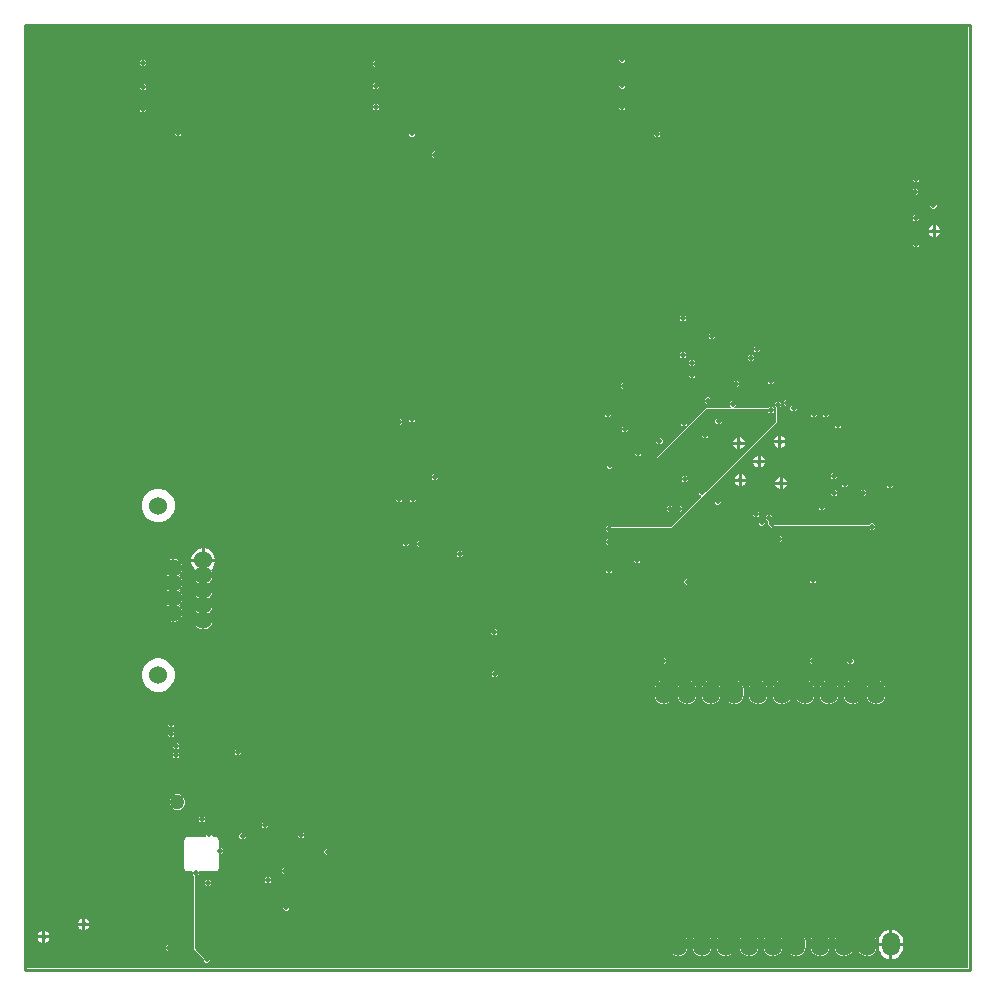
<source format=gbr>
G04*
G04 #@! TF.GenerationSoftware,Altium Limited,Altium Designer,24.4.1 (13)*
G04*
G04 Layer_Physical_Order=3*
G04 Layer_Color=16440176*
%FSLAX44Y44*%
%MOMM*%
G71*
G04*
G04 #@! TF.SameCoordinates,85F95AA7-1CD2-4A53-B858-D1680FFA15A6*
G04*
G04*
G04 #@! TF.FilePolarity,Positive*
G04*
G01*
G75*
%ADD17C,0.2540*%
%ADD81O,1.5000X2.0000*%
%ADD83C,0.5000*%
%ADD84C,1.2700*%
%ADD85C,1.5240*%
G36*
X798517Y1483D02*
X1483D01*
Y798517D01*
X798517D01*
Y1483D01*
D02*
G37*
%LPC*%
G36*
X506017Y773350D02*
X504983D01*
X504027Y772954D01*
X503296Y772223D01*
X502900Y771267D01*
Y770233D01*
X503296Y769277D01*
X504027Y768546D01*
X504983Y768150D01*
X506017D01*
X506973Y768546D01*
X507704Y769277D01*
X508100Y770233D01*
Y771267D01*
X507704Y772223D01*
X506973Y772954D01*
X506017Y773350D01*
D02*
G37*
G36*
X100267Y770600D02*
X99233D01*
X98277Y770204D01*
X97546Y769473D01*
X97150Y768517D01*
Y767483D01*
X97546Y766527D01*
X98277Y765796D01*
X99233Y765400D01*
X100267D01*
X101223Y765796D01*
X101954Y766527D01*
X102350Y767483D01*
Y768517D01*
X101954Y769473D01*
X101223Y770204D01*
X100267Y770600D01*
D02*
G37*
G36*
X297267Y769850D02*
X296233D01*
X295277Y769454D01*
X294546Y768723D01*
X294150Y767767D01*
Y766733D01*
X294546Y765777D01*
X295277Y765046D01*
X296233Y764650D01*
X297267D01*
X298223Y765046D01*
X298954Y765777D01*
X299350Y766733D01*
Y767767D01*
X298954Y768723D01*
X298223Y769454D01*
X297267Y769850D01*
D02*
G37*
G36*
X506017Y751350D02*
X504983D01*
X504027Y750954D01*
X503296Y750223D01*
X502900Y749267D01*
Y748233D01*
X503296Y747277D01*
X504027Y746546D01*
X504983Y746150D01*
X506017D01*
X506973Y746546D01*
X507704Y747277D01*
X508100Y748233D01*
Y749267D01*
X507704Y750223D01*
X506973Y750954D01*
X506017Y751350D01*
D02*
G37*
G36*
X297267Y750850D02*
X296233D01*
X295277Y750454D01*
X294546Y749723D01*
X294150Y748767D01*
Y747733D01*
X294546Y746777D01*
X295277Y746046D01*
X296233Y745650D01*
X297267D01*
X298223Y746046D01*
X298954Y746777D01*
X299350Y747733D01*
Y748767D01*
X298954Y749723D01*
X298223Y750454D01*
X297267Y750850D01*
D02*
G37*
G36*
X100517Y750100D02*
X99483D01*
X98527Y749704D01*
X97796Y748973D01*
X97400Y748017D01*
Y746983D01*
X97796Y746027D01*
X98527Y745296D01*
X99483Y744900D01*
X100517D01*
X101473Y745296D01*
X102204Y746027D01*
X102600Y746983D01*
Y748017D01*
X102204Y748973D01*
X101473Y749704D01*
X100517Y750100D01*
D02*
G37*
G36*
X297517Y733100D02*
X296483D01*
X295527Y732704D01*
X294796Y731973D01*
X294400Y731017D01*
Y729983D01*
X294796Y729027D01*
X295527Y728296D01*
X296483Y727900D01*
X297517D01*
X298473Y728296D01*
X299204Y729027D01*
X299600Y729983D01*
Y731017D01*
X299204Y731973D01*
X298473Y732704D01*
X297517Y733100D01*
D02*
G37*
G36*
X506017Y732850D02*
X504983D01*
X504027Y732454D01*
X503296Y731723D01*
X502900Y730767D01*
Y729733D01*
X503296Y728777D01*
X504027Y728046D01*
X504983Y727650D01*
X506017D01*
X506973Y728046D01*
X507704Y728777D01*
X508100Y729733D01*
Y730767D01*
X507704Y731723D01*
X506973Y732454D01*
X506017Y732850D01*
D02*
G37*
G36*
X100017Y731100D02*
X98983D01*
X98027Y730704D01*
X97296Y729973D01*
X96900Y729017D01*
Y727983D01*
X97296Y727027D01*
X98027Y726296D01*
X98983Y725900D01*
X100017D01*
X100973Y726296D01*
X101704Y727027D01*
X102100Y727983D01*
Y729017D01*
X101704Y729973D01*
X100973Y730704D01*
X100017Y731100D01*
D02*
G37*
G36*
X130017Y710850D02*
X128983D01*
X128027Y710454D01*
X127296Y709723D01*
X126900Y708767D01*
Y707733D01*
X127296Y706777D01*
X128027Y706046D01*
X128983Y705650D01*
X130017D01*
X130973Y706046D01*
X131704Y706777D01*
X132100Y707733D01*
Y708767D01*
X131704Y709723D01*
X130973Y710454D01*
X130017Y710850D01*
D02*
G37*
G36*
X328015Y710682D02*
X326981D01*
X326025Y710287D01*
X325294Y709555D01*
X324898Y708600D01*
Y707565D01*
X325294Y706610D01*
X326025Y705878D01*
X326981Y705482D01*
X328015D01*
X328971Y705878D01*
X329702Y706610D01*
X330098Y707565D01*
Y708600D01*
X329702Y709555D01*
X328971Y710287D01*
X328015Y710682D01*
D02*
G37*
G36*
X535767Y710100D02*
X534733D01*
X533777Y709704D01*
X533046Y708973D01*
X532650Y708017D01*
Y706983D01*
X533046Y706027D01*
X533777Y705296D01*
X534733Y704900D01*
X535767D01*
X536723Y705296D01*
X537454Y706027D01*
X537850Y706983D01*
Y708017D01*
X537454Y708973D01*
X536723Y709704D01*
X535767Y710100D01*
D02*
G37*
G36*
X347267Y692850D02*
X346233D01*
X345277Y692454D01*
X344546Y691723D01*
X344150Y690767D01*
Y689733D01*
X344546Y688777D01*
X345277Y688046D01*
X346233Y687650D01*
X347267D01*
X348223Y688046D01*
X348954Y688777D01*
X349350Y689733D01*
Y690767D01*
X348954Y691723D01*
X348223Y692454D01*
X347267Y692850D01*
D02*
G37*
G36*
X754887Y671850D02*
X753853D01*
X752897Y671454D01*
X752166Y670723D01*
X751770Y669767D01*
Y668733D01*
X752166Y667777D01*
X752897Y667046D01*
X753853Y666650D01*
X754887D01*
X755843Y667046D01*
X756574Y667777D01*
X756970Y668733D01*
Y669767D01*
X756574Y670723D01*
X755843Y671454D01*
X754887Y671850D01*
D02*
G37*
G36*
X754017Y661350D02*
X752983D01*
X752027Y660954D01*
X751296Y660223D01*
X750900Y659267D01*
Y658233D01*
X751296Y657277D01*
X752027Y656546D01*
X752983Y656150D01*
X754017D01*
X754973Y656546D01*
X755704Y657277D01*
X756100Y658233D01*
Y659267D01*
X755704Y660223D01*
X754973Y660954D01*
X754017Y661350D01*
D02*
G37*
G36*
X769517Y649750D02*
X768483D01*
X767527Y649354D01*
X766796Y648623D01*
X766400Y647667D01*
Y646633D01*
X766796Y645677D01*
X767527Y644946D01*
X768483Y644550D01*
X769517D01*
X770473Y644946D01*
X771204Y645677D01*
X771600Y646633D01*
Y647667D01*
X771204Y648623D01*
X770473Y649354D01*
X769517Y649750D01*
D02*
G37*
G36*
X754517Y639100D02*
X753483D01*
X752527Y638704D01*
X751796Y637973D01*
X751400Y637017D01*
Y635983D01*
X751796Y635027D01*
X752527Y634296D01*
X753483Y633900D01*
X754517D01*
X755473Y634296D01*
X756204Y635027D01*
X756600Y635983D01*
Y637017D01*
X756204Y637973D01*
X755473Y638704D01*
X754517Y639100D01*
D02*
G37*
G36*
X771020Y630429D02*
Y626770D01*
X774679D01*
X774023Y628355D01*
X772605Y629773D01*
X771020Y630429D01*
D02*
G37*
G36*
X768480D02*
X766895Y629773D01*
X765477Y628355D01*
X764821Y626770D01*
X768480D01*
Y630429D01*
D02*
G37*
G36*
X774679Y624230D02*
X771020D01*
Y620571D01*
X772605Y621227D01*
X774023Y622645D01*
X774679Y624230D01*
D02*
G37*
G36*
X768480D02*
X764821D01*
X765477Y622645D01*
X766895Y621227D01*
X768480Y620571D01*
Y624230D01*
D02*
G37*
G36*
X755017Y616850D02*
X753983D01*
X753027Y616454D01*
X752296Y615723D01*
X751900Y614767D01*
Y613733D01*
X752296Y612777D01*
X753027Y612046D01*
X753983Y611650D01*
X755017D01*
X755973Y612046D01*
X756704Y612777D01*
X757100Y613733D01*
Y614767D01*
X756704Y615723D01*
X755973Y616454D01*
X755017Y616850D01*
D02*
G37*
G36*
X557517Y554350D02*
X556483D01*
X555527Y553954D01*
X554796Y553223D01*
X554400Y552267D01*
Y551233D01*
X554796Y550277D01*
X555527Y549546D01*
X556483Y549150D01*
X557517D01*
X558473Y549546D01*
X559204Y550277D01*
X559600Y551233D01*
Y552267D01*
X559204Y553223D01*
X558473Y553954D01*
X557517Y554350D01*
D02*
G37*
G36*
X581767Y539100D02*
X580733D01*
X579777Y538704D01*
X579046Y537973D01*
X578650Y537017D01*
Y535983D01*
X579046Y535027D01*
X579777Y534296D01*
X580733Y533900D01*
X581767D01*
X582723Y534296D01*
X583454Y535027D01*
X583850Y535983D01*
Y537017D01*
X583454Y537973D01*
X582723Y538704D01*
X581767Y539100D01*
D02*
G37*
G36*
X619767Y528100D02*
X618733D01*
X617777Y527704D01*
X617046Y526973D01*
X616650Y526017D01*
Y524983D01*
X617046Y524027D01*
X617777Y523296D01*
X618733Y522900D01*
X619767D01*
X620723Y523296D01*
X621454Y524027D01*
X621850Y524983D01*
Y526017D01*
X621454Y526973D01*
X620723Y527704D01*
X619767Y528100D01*
D02*
G37*
G36*
X557517Y523100D02*
X556483D01*
X555527Y522704D01*
X554796Y521973D01*
X554400Y521017D01*
Y519983D01*
X554796Y519027D01*
X555527Y518296D01*
X556483Y517900D01*
X557517D01*
X558473Y518296D01*
X559204Y519027D01*
X559600Y519983D01*
Y521017D01*
X559204Y521973D01*
X558473Y522704D01*
X557517Y523100D01*
D02*
G37*
G36*
X615017Y520850D02*
X613983D01*
X613027Y520454D01*
X612296Y519723D01*
X611900Y518767D01*
Y517733D01*
X612296Y516777D01*
X613027Y516046D01*
X613983Y515650D01*
X615017D01*
X615973Y516046D01*
X616704Y516777D01*
X617100Y517733D01*
Y518767D01*
X616704Y519723D01*
X615973Y520454D01*
X615017Y520850D01*
D02*
G37*
G36*
X565017Y516600D02*
X563983D01*
X563027Y516204D01*
X562296Y515473D01*
X561900Y514517D01*
Y513483D01*
X562296Y512527D01*
X563027Y511796D01*
X563983Y511400D01*
X565017D01*
X565973Y511796D01*
X566704Y512527D01*
X567100Y513483D01*
Y514517D01*
X566704Y515473D01*
X565973Y516204D01*
X565017Y516600D01*
D02*
G37*
G36*
X565267Y505850D02*
X564233D01*
X563277Y505454D01*
X562546Y504723D01*
X562150Y503767D01*
Y502733D01*
X562546Y501777D01*
X563277Y501046D01*
X564233Y500650D01*
X565267D01*
X566223Y501046D01*
X566954Y501777D01*
X567350Y502733D01*
Y503767D01*
X566954Y504723D01*
X566223Y505454D01*
X565267Y505850D01*
D02*
G37*
G36*
X631767Y500850D02*
X630733D01*
X629777Y500454D01*
X629046Y499723D01*
X628650Y498767D01*
Y497733D01*
X629046Y496777D01*
X629777Y496046D01*
X630733Y495650D01*
X631767D01*
X632723Y496046D01*
X633454Y496777D01*
X633850Y497733D01*
Y498767D01*
X633454Y499723D01*
X632723Y500454D01*
X631767Y500850D01*
D02*
G37*
G36*
X602517Y498850D02*
X601483D01*
X600527Y498454D01*
X599796Y497723D01*
X599400Y496767D01*
Y495733D01*
X599796Y494777D01*
X600527Y494046D01*
X601483Y493650D01*
X602517D01*
X603473Y494046D01*
X604204Y494777D01*
X604600Y495733D01*
Y496767D01*
X604204Y497723D01*
X603473Y498454D01*
X602517Y498850D01*
D02*
G37*
G36*
X507267Y497100D02*
X506233D01*
X505277Y496704D01*
X504546Y495973D01*
X504150Y495017D01*
Y493983D01*
X504546Y493027D01*
X505277Y492296D01*
X506233Y491900D01*
X507267D01*
X508223Y492296D01*
X508954Y493027D01*
X509350Y493983D01*
Y495017D01*
X508954Y495973D01*
X508223Y496704D01*
X507267Y497100D01*
D02*
G37*
G36*
X578517Y484600D02*
X577483D01*
X576527Y484204D01*
X575796Y483473D01*
X575400Y482517D01*
Y481483D01*
X575796Y480527D01*
X576527Y479796D01*
X577483Y479400D01*
X578517D01*
X579473Y479796D01*
X580204Y480527D01*
X580600Y481483D01*
Y482517D01*
X580204Y483473D01*
X579473Y484204D01*
X578517Y484600D01*
D02*
G37*
G36*
X645267Y482850D02*
X644233D01*
X643277Y482454D01*
X642546Y481723D01*
X642150Y480767D01*
Y479733D01*
X642546Y478777D01*
X643277Y478046D01*
X644233Y477650D01*
X645267D01*
X646223Y478046D01*
X646954Y478777D01*
X647350Y479733D01*
Y480767D01*
X646954Y481723D01*
X646223Y482454D01*
X645267Y482850D01*
D02*
G37*
G36*
X599517Y481600D02*
X598483D01*
X597527Y481204D01*
X596796Y480473D01*
X596400Y479517D01*
Y478483D01*
X596796Y477527D01*
X597527Y476796D01*
X597631Y476753D01*
X597378Y475483D01*
X577000D01*
X577000Y475483D01*
X575951Y475049D01*
X529386Y428483D01*
X497194D01*
X496473Y429204D01*
X495517Y429600D01*
X494483D01*
X493527Y429204D01*
X492796Y428473D01*
X492400Y427517D01*
Y426483D01*
X492796Y425527D01*
X493527Y424796D01*
X494483Y424400D01*
X495517D01*
X496473Y424796D01*
X497194Y425517D01*
X530000D01*
X530000Y425517D01*
X531049Y425951D01*
X577614Y472517D01*
X629306D01*
X630027Y471796D01*
X630983Y471400D01*
X632017D01*
X632973Y471796D01*
X633704Y472527D01*
X634100Y473483D01*
Y474517D01*
X633704Y475473D01*
X632973Y476204D01*
X632017Y476600D01*
X630983D01*
X630027Y476204D01*
X629306Y475483D01*
X600622D01*
X600369Y476753D01*
X600473Y476796D01*
X601204Y477527D01*
X601600Y478483D01*
Y479517D01*
X601204Y480473D01*
X600473Y481204D01*
X599517Y481600D01*
D02*
G37*
G36*
X651017Y478100D02*
X649983D01*
X649027Y477704D01*
X648296Y476973D01*
X647900Y476017D01*
Y474983D01*
X648296Y474027D01*
X649027Y473296D01*
X649983Y472900D01*
X651017D01*
X651973Y473296D01*
X652704Y474027D01*
X653100Y474983D01*
Y476017D01*
X652704Y476973D01*
X651973Y477704D01*
X651017Y478100D01*
D02*
G37*
G36*
X678267Y472850D02*
X677233D01*
X676277Y472454D01*
X675546Y471723D01*
X675150Y470767D01*
Y469733D01*
X675546Y468777D01*
X676277Y468046D01*
X677233Y467650D01*
X678267D01*
X679223Y468046D01*
X679954Y468777D01*
X680350Y469733D01*
Y470767D01*
X679954Y471723D01*
X679223Y472454D01*
X678267Y472850D01*
D02*
G37*
G36*
X668267D02*
X667233D01*
X666277Y472454D01*
X665546Y471723D01*
X665150Y470767D01*
Y469733D01*
X665546Y468777D01*
X666277Y468046D01*
X667233Y467650D01*
X668267D01*
X669223Y468046D01*
X669954Y468777D01*
X670350Y469733D01*
Y470767D01*
X669954Y471723D01*
X669223Y472454D01*
X668267Y472850D01*
D02*
G37*
G36*
X493767D02*
X492733D01*
X491777Y472454D01*
X491046Y471723D01*
X490650Y470767D01*
Y469733D01*
X491046Y468777D01*
X491777Y468046D01*
X492733Y467650D01*
X493767D01*
X494723Y468046D01*
X495454Y468777D01*
X495850Y469733D01*
Y470767D01*
X495454Y471723D01*
X494723Y472454D01*
X493767Y472850D01*
D02*
G37*
G36*
X328017Y468600D02*
X326983D01*
X326027Y468204D01*
X325296Y467473D01*
X324900Y466517D01*
Y465483D01*
X325296Y464527D01*
X326027Y463796D01*
X326983Y463400D01*
X328017D01*
X328973Y463796D01*
X329704Y464527D01*
X330100Y465483D01*
Y466517D01*
X329704Y467473D01*
X328973Y468204D01*
X328017Y468600D01*
D02*
G37*
G36*
X587517Y467100D02*
X586483D01*
X585527Y466704D01*
X584796Y465973D01*
X584400Y465017D01*
Y463983D01*
X584796Y463027D01*
X585527Y462296D01*
X586483Y461900D01*
X587517D01*
X588473Y462296D01*
X589204Y463027D01*
X589600Y463983D01*
Y465017D01*
X589204Y465973D01*
X588473Y466704D01*
X587517Y467100D01*
D02*
G37*
G36*
X317267Y466600D02*
X316233D01*
X315277Y466204D01*
X314546Y465473D01*
X314150Y464517D01*
Y463483D01*
X314546Y462527D01*
X315277Y461796D01*
X316233Y461400D01*
X317267D01*
X318223Y461796D01*
X318954Y462527D01*
X319350Y463483D01*
Y464517D01*
X318954Y465473D01*
X318223Y466204D01*
X317267Y466600D01*
D02*
G37*
G36*
X558267Y465350D02*
X557233D01*
X556277Y464954D01*
X555546Y464223D01*
X555150Y463267D01*
Y462233D01*
X555546Y461277D01*
X556277Y460546D01*
X557233Y460150D01*
X558267D01*
X559223Y460546D01*
X559954Y461277D01*
X560350Y462233D01*
Y463267D01*
X559954Y464223D01*
X559223Y464954D01*
X558267Y465350D01*
D02*
G37*
G36*
X688767Y463600D02*
X687733D01*
X686777Y463204D01*
X686046Y462473D01*
X685650Y461517D01*
Y460483D01*
X686046Y459527D01*
X686777Y458796D01*
X687733Y458400D01*
X688767D01*
X689723Y458796D01*
X690454Y459527D01*
X690850Y460483D01*
Y461517D01*
X690454Y462473D01*
X689723Y463204D01*
X688767Y463600D01*
D02*
G37*
G36*
X508017Y460350D02*
X506983D01*
X506027Y459954D01*
X505296Y459223D01*
X504900Y458267D01*
Y457233D01*
X505296Y456277D01*
X506027Y455546D01*
X506983Y455150D01*
X508017D01*
X508973Y455546D01*
X509704Y456277D01*
X510100Y457233D01*
Y458267D01*
X509704Y459223D01*
X508973Y459954D01*
X508017Y460350D01*
D02*
G37*
G36*
X576267Y455100D02*
X575233D01*
X574277Y454704D01*
X573546Y453973D01*
X573150Y453017D01*
Y451983D01*
X573546Y451027D01*
X574277Y450296D01*
X575233Y449900D01*
X576267D01*
X577223Y450296D01*
X577954Y451027D01*
X578350Y451983D01*
Y453017D01*
X577954Y453973D01*
X577223Y454704D01*
X576267Y455100D01*
D02*
G37*
G36*
X640020Y451929D02*
Y448270D01*
X643679D01*
X643023Y449855D01*
X641605Y451273D01*
X640020Y451929D01*
D02*
G37*
G36*
X637480D02*
X635895Y451273D01*
X634477Y449855D01*
X633821Y448270D01*
X637480D01*
Y451929D01*
D02*
G37*
G36*
X605520Y450679D02*
Y447020D01*
X609179D01*
X608523Y448605D01*
X607105Y450023D01*
X605520Y450679D01*
D02*
G37*
G36*
X602980D02*
X601395Y450023D01*
X599977Y448605D01*
X599321Y447020D01*
X602980D01*
Y450679D01*
D02*
G37*
G36*
X537517Y450350D02*
X536483D01*
X535527Y449954D01*
X534796Y449223D01*
X534400Y448267D01*
Y447233D01*
X534796Y446277D01*
X535527Y445546D01*
X536483Y445150D01*
X537517D01*
X538473Y445546D01*
X539204Y446277D01*
X539600Y447233D01*
Y448267D01*
X539204Y449223D01*
X538473Y449954D01*
X537517Y450350D01*
D02*
G37*
G36*
X643679Y445730D02*
X640020D01*
Y442071D01*
X641605Y442727D01*
X643023Y444145D01*
X643679Y445730D01*
D02*
G37*
G36*
X637480D02*
X633821D01*
X634477Y444145D01*
X635895Y442727D01*
X637480Y442071D01*
Y445730D01*
D02*
G37*
G36*
X609179Y444480D02*
X605520D01*
Y440821D01*
X607105Y441477D01*
X608523Y442895D01*
X609179Y444480D01*
D02*
G37*
G36*
X602980D02*
X599321D01*
X599977Y442895D01*
X601395Y441477D01*
X602980Y440821D01*
Y444480D01*
D02*
G37*
G36*
X519517Y439850D02*
X518483D01*
X517527Y439454D01*
X516796Y438723D01*
X516400Y437767D01*
Y436733D01*
X516796Y435777D01*
X517527Y435046D01*
X518483Y434650D01*
X519517D01*
X520473Y435046D01*
X521204Y435777D01*
X521600Y436733D01*
Y437767D01*
X521204Y438723D01*
X520473Y439454D01*
X519517Y439850D01*
D02*
G37*
G36*
X622770Y435179D02*
Y431520D01*
X626429D01*
X625773Y433105D01*
X624355Y434523D01*
X622770Y435179D01*
D02*
G37*
G36*
X620230D02*
X618645Y434523D01*
X617227Y433105D01*
X616571Y431520D01*
X620230D01*
Y435179D01*
D02*
G37*
G36*
X626429Y428980D02*
X622770D01*
Y425321D01*
X624355Y425977D01*
X625773Y427395D01*
X626429Y428980D01*
D02*
G37*
G36*
X620230D02*
X616571D01*
X617227Y427395D01*
X618645Y425977D01*
X620230Y425321D01*
Y428980D01*
D02*
G37*
G36*
X606770Y419429D02*
Y415770D01*
X610429D01*
X609773Y417355D01*
X608355Y418773D01*
X606770Y419429D01*
D02*
G37*
G36*
X604230D02*
X602645Y418773D01*
X601227Y417355D01*
X600571Y415770D01*
X604230D01*
Y419429D01*
D02*
G37*
G36*
X685017Y420600D02*
X683983D01*
X683027Y420204D01*
X682296Y419473D01*
X681900Y418517D01*
Y417483D01*
X682296Y416527D01*
X683027Y415796D01*
X683983Y415400D01*
X685017D01*
X685973Y415796D01*
X686704Y416527D01*
X687100Y417483D01*
Y418517D01*
X686704Y419473D01*
X685973Y420204D01*
X685017Y420600D01*
D02*
G37*
G36*
X347267Y419850D02*
X346233D01*
X345277Y419454D01*
X344546Y418723D01*
X344150Y417767D01*
Y416733D01*
X344546Y415777D01*
X345277Y415046D01*
X346233Y414650D01*
X347267D01*
X348223Y415046D01*
X348954Y415777D01*
X349350Y416733D01*
Y417767D01*
X348954Y418723D01*
X348223Y419454D01*
X347267Y419850D01*
D02*
G37*
G36*
X641270Y416929D02*
Y413270D01*
X644929D01*
X644273Y414855D01*
X642855Y416273D01*
X641270Y416929D01*
D02*
G37*
G36*
X638730D02*
X637145Y416273D01*
X635727Y414855D01*
X635071Y413270D01*
X638730D01*
Y416929D01*
D02*
G37*
G36*
X559017Y418100D02*
X557983D01*
X557027Y417704D01*
X556296Y416973D01*
X555900Y416017D01*
Y414983D01*
X556296Y414027D01*
X557027Y413296D01*
X557983Y412900D01*
X559017D01*
X559973Y413296D01*
X560704Y414027D01*
X561100Y414983D01*
Y416017D01*
X560704Y416973D01*
X559973Y417704D01*
X559017Y418100D01*
D02*
G37*
G36*
X610429Y413230D02*
X606770D01*
Y409571D01*
X608355Y410227D01*
X609773Y411645D01*
X610429Y413230D01*
D02*
G37*
G36*
X604230D02*
X600571D01*
X601227Y411645D01*
X602645Y410227D01*
X604230Y409571D01*
Y413230D01*
D02*
G37*
G36*
X694517Y413600D02*
X693483D01*
X692527Y413204D01*
X691796Y412473D01*
X691400Y411517D01*
Y410483D01*
X691796Y409527D01*
X692527Y408796D01*
X693483Y408400D01*
X694517D01*
X695473Y408796D01*
X696204Y409527D01*
X696600Y410483D01*
Y411517D01*
X696204Y412473D01*
X695473Y413204D01*
X694517Y413600D01*
D02*
G37*
G36*
X732517Y412850D02*
X731483D01*
X730527Y412454D01*
X729796Y411723D01*
X729400Y410767D01*
Y409733D01*
X729796Y408777D01*
X730527Y408046D01*
X731483Y407650D01*
X732517D01*
X733473Y408046D01*
X734204Y408777D01*
X734600Y409733D01*
Y410767D01*
X734204Y411723D01*
X733473Y412454D01*
X732517Y412850D01*
D02*
G37*
G36*
X644929Y410730D02*
X641270D01*
Y407071D01*
X642855Y407727D01*
X644273Y409145D01*
X644929Y410730D01*
D02*
G37*
G36*
X638730D02*
X635071D01*
X635727Y409145D01*
X637145Y407727D01*
X638730Y407071D01*
Y410730D01*
D02*
G37*
G36*
X637906Y480961D02*
X636871D01*
X635916Y480566D01*
X635184Y479834D01*
X634789Y478879D01*
Y477844D01*
X635184Y476889D01*
X635906Y476167D01*
Y463780D01*
X576870Y404744D01*
X576485Y404751D01*
X575453Y405123D01*
X575204Y405723D01*
X574473Y406454D01*
X573517Y406850D01*
X572483D01*
X571527Y406454D01*
X570796Y405723D01*
X570400Y404767D01*
Y403733D01*
X570796Y402777D01*
X571527Y402046D01*
X572127Y401797D01*
X572499Y400765D01*
X572506Y400380D01*
X547109Y374983D01*
X496194D01*
X495473Y375704D01*
X494517Y376100D01*
X493483D01*
X492527Y375704D01*
X491796Y374973D01*
X491400Y374017D01*
Y372983D01*
X491796Y372027D01*
X492527Y371296D01*
X493483Y370900D01*
X494517D01*
X495473Y371296D01*
X496194Y372017D01*
X547723D01*
X547723Y372017D01*
X548772Y372451D01*
X638437Y462117D01*
X638437Y462117D01*
X638871Y463166D01*
Y476167D01*
X639593Y476889D01*
X639989Y477844D01*
Y478879D01*
X639593Y479834D01*
X638861Y480566D01*
X637906Y480961D01*
D02*
G37*
G36*
X710017Y406600D02*
X708983D01*
X708027Y406204D01*
X707296Y405473D01*
X706900Y404517D01*
Y403483D01*
X707296Y402527D01*
X708027Y401796D01*
X708983Y401400D01*
X710017D01*
X710973Y401796D01*
X711704Y402527D01*
X712100Y403483D01*
Y404517D01*
X711704Y405473D01*
X710973Y406204D01*
X710017Y406600D01*
D02*
G37*
G36*
X685517Y406350D02*
X684483D01*
X683527Y405954D01*
X682796Y405223D01*
X682400Y404267D01*
Y403233D01*
X682796Y402277D01*
X683527Y401546D01*
X684483Y401150D01*
X685517D01*
X686473Y401546D01*
X687204Y402277D01*
X687600Y403233D01*
Y404267D01*
X687204Y405223D01*
X686473Y405954D01*
X685517Y406350D01*
D02*
G37*
G36*
X328517Y400850D02*
X327483D01*
X326527Y400454D01*
X325796Y399723D01*
X325400Y398767D01*
Y397733D01*
X325796Y396777D01*
X326527Y396046D01*
X327483Y395650D01*
X328517D01*
X329473Y396046D01*
X330204Y396777D01*
X330600Y397733D01*
Y398767D01*
X330204Y399723D01*
X329473Y400454D01*
X328517Y400850D01*
D02*
G37*
G36*
X317267D02*
X316233D01*
X315277Y400454D01*
X314546Y399723D01*
X314150Y398767D01*
Y397733D01*
X314546Y396777D01*
X315277Y396046D01*
X316233Y395650D01*
X317267D01*
X318223Y396046D01*
X318954Y396777D01*
X319350Y397733D01*
Y398767D01*
X318954Y399723D01*
X318223Y400454D01*
X317267Y400850D01*
D02*
G37*
G36*
X586767Y399100D02*
X585733D01*
X584777Y398704D01*
X584046Y397973D01*
X583650Y397017D01*
Y395983D01*
X584046Y395027D01*
X584777Y394296D01*
X585733Y393900D01*
X586767D01*
X587723Y394296D01*
X588454Y395027D01*
X588850Y395983D01*
Y397017D01*
X588454Y397973D01*
X587723Y398704D01*
X586767Y399100D01*
D02*
G37*
G36*
X675017Y394100D02*
X673983D01*
X673027Y393704D01*
X672296Y392973D01*
X671900Y392017D01*
Y390983D01*
X672296Y390027D01*
X673027Y389296D01*
X673983Y388900D01*
X675017D01*
X675973Y389296D01*
X676704Y390027D01*
X677100Y390983D01*
Y392017D01*
X676704Y392973D01*
X675973Y393704D01*
X675017Y394100D01*
D02*
G37*
G36*
X546267Y393100D02*
X545233D01*
X544277Y392704D01*
X543546Y391973D01*
X543150Y391017D01*
Y389983D01*
X543546Y389027D01*
X544277Y388296D01*
X545233Y387900D01*
X546267D01*
X547223Y388296D01*
X547954Y389027D01*
X548350Y389983D01*
Y391017D01*
X547954Y391973D01*
X547223Y392704D01*
X546267Y393100D01*
D02*
G37*
G36*
X554267Y392850D02*
X553233D01*
X552277Y392454D01*
X551546Y391723D01*
X551150Y390767D01*
Y389733D01*
X551546Y388777D01*
X552277Y388046D01*
X553233Y387650D01*
X554267D01*
X555223Y388046D01*
X555954Y388777D01*
X556350Y389733D01*
Y390767D01*
X555954Y391723D01*
X555223Y392454D01*
X554267Y392850D01*
D02*
G37*
G36*
X619517Y388350D02*
X618483D01*
X617527Y387954D01*
X616796Y387223D01*
X616400Y386267D01*
Y385233D01*
X616796Y384277D01*
X617527Y383546D01*
X618483Y383150D01*
X619517D01*
X620473Y383546D01*
X621204Y384277D01*
X621600Y385233D01*
Y386267D01*
X621204Y387223D01*
X620473Y387954D01*
X619517Y388350D01*
D02*
G37*
G36*
X114402Y407120D02*
X110698D01*
X107119Y406161D01*
X103911Y404309D01*
X101291Y401689D01*
X99439Y398481D01*
X98480Y394902D01*
Y391198D01*
X99439Y387619D01*
X101291Y384411D01*
X103911Y381791D01*
X107119Y379939D01*
X110698Y378980D01*
X114402D01*
X117981Y379939D01*
X121189Y381791D01*
X123809Y384411D01*
X125661Y387619D01*
X126620Y391198D01*
Y394902D01*
X125661Y398481D01*
X123809Y401689D01*
X121189Y404309D01*
X117981Y406161D01*
X114402Y407120D01*
D02*
G37*
G36*
X624017Y381350D02*
X622983D01*
X622027Y380954D01*
X621296Y380223D01*
X620900Y379267D01*
Y378233D01*
X621296Y377277D01*
X622027Y376546D01*
X622983Y376150D01*
X624017D01*
X624973Y376546D01*
X625704Y377277D01*
X626100Y378233D01*
Y379267D01*
X625704Y380223D01*
X624973Y380954D01*
X624017Y381350D01*
D02*
G37*
G36*
X630267Y385350D02*
X629233D01*
X628277Y384954D01*
X627546Y384223D01*
X627150Y383267D01*
Y382233D01*
X627546Y381277D01*
X628277Y380546D01*
X628738Y380355D01*
Y378529D01*
X628738Y378529D01*
X629172Y377481D01*
X632432Y374220D01*
X633481Y373786D01*
X633481Y373786D01*
X714806D01*
X715527Y373065D01*
X716483Y372669D01*
X717517D01*
X718473Y373065D01*
X719204Y373796D01*
X719600Y374752D01*
Y375786D01*
X719204Y376742D01*
X718473Y377473D01*
X717517Y377869D01*
X716483D01*
X715527Y377473D01*
X714806Y376752D01*
X634095D01*
X631704Y379144D01*
Y381027D01*
X631954Y381277D01*
X632350Y382233D01*
Y383267D01*
X631954Y384223D01*
X631223Y384954D01*
X630267Y385350D01*
D02*
G37*
G36*
X639017Y367600D02*
X637983D01*
X637027Y367204D01*
X636296Y366473D01*
X635900Y365517D01*
Y364483D01*
X636296Y363527D01*
X637027Y362796D01*
X637983Y362400D01*
X639017D01*
X639973Y362796D01*
X640704Y363527D01*
X641100Y364483D01*
Y365517D01*
X640704Y366473D01*
X639973Y367204D01*
X639017Y367600D01*
D02*
G37*
G36*
X494517Y365100D02*
X493483D01*
X492527Y364704D01*
X491796Y363973D01*
X491400Y363017D01*
Y361983D01*
X491796Y361027D01*
X492527Y360296D01*
X493483Y359900D01*
X494517D01*
X495473Y360296D01*
X496204Y361027D01*
X496600Y361983D01*
Y363017D01*
X496204Y363973D01*
X495473Y364704D01*
X494517Y365100D01*
D02*
G37*
G36*
X322767Y363600D02*
X321733D01*
X320777Y363204D01*
X320046Y362473D01*
X319650Y361517D01*
Y360483D01*
X320046Y359527D01*
X320777Y358796D01*
X321733Y358400D01*
X322767D01*
X323723Y358796D01*
X324454Y359527D01*
X324850Y360483D01*
Y361517D01*
X324454Y362473D01*
X323723Y363204D01*
X322767Y363600D01*
D02*
G37*
G36*
X334517Y363350D02*
X333483D01*
X332527Y362954D01*
X331796Y362223D01*
X331400Y361267D01*
Y360233D01*
X331796Y359277D01*
X332527Y358546D01*
X333483Y358150D01*
X334517D01*
X335473Y358546D01*
X336204Y359277D01*
X336600Y360233D01*
Y361267D01*
X336204Y362223D01*
X335473Y362954D01*
X334517Y363350D01*
D02*
G37*
G36*
X368517Y354600D02*
X367483D01*
X366527Y354204D01*
X365796Y353473D01*
X365400Y352517D01*
Y351483D01*
X365796Y350527D01*
X366527Y349796D01*
X367483Y349400D01*
X368517D01*
X369473Y349796D01*
X370204Y350527D01*
X370600Y351483D01*
Y352517D01*
X370204Y353473D01*
X369473Y354204D01*
X368517Y354600D01*
D02*
G37*
G36*
X151988Y356860D02*
X151920D01*
Y347970D01*
X160810D01*
Y348038D01*
X160118Y350622D01*
X158780Y352938D01*
X156888Y354830D01*
X154572Y356168D01*
X151988Y356860D01*
D02*
G37*
G36*
X149380D02*
X149312D01*
X146728Y356168D01*
X144412Y354830D01*
X142520Y352938D01*
X141182Y350622D01*
X140490Y348038D01*
Y347970D01*
X149380D01*
Y356860D01*
D02*
G37*
G36*
X518767Y349350D02*
X517733D01*
X516777Y348954D01*
X516046Y348223D01*
X515650Y347267D01*
Y346233D01*
X516046Y345277D01*
X516777Y344546D01*
X517733Y344150D01*
X518767D01*
X519723Y344546D01*
X520454Y345277D01*
X520850Y346233D01*
Y347267D01*
X520454Y348223D01*
X519723Y348954D01*
X518767Y349350D01*
D02*
G37*
G36*
X494767Y340850D02*
X493733D01*
X492777Y340454D01*
X492046Y339723D01*
X491650Y338767D01*
Y337733D01*
X492046Y336777D01*
X492777Y336046D01*
X493733Y335650D01*
X494767D01*
X495723Y336046D01*
X496454Y336777D01*
X496850Y337733D01*
Y338767D01*
X496454Y339723D01*
X495723Y340454D01*
X494767Y340850D01*
D02*
G37*
G36*
X667517Y332350D02*
X666483D01*
X665527Y331954D01*
X664796Y331223D01*
X664400Y330267D01*
Y329233D01*
X664796Y328277D01*
X665527Y327546D01*
X666483Y327150D01*
X667517D01*
X668473Y327546D01*
X669204Y328277D01*
X669600Y329233D01*
Y330267D01*
X669204Y331223D01*
X668473Y331954D01*
X667517Y332350D01*
D02*
G37*
G36*
X561267Y331100D02*
X560233D01*
X559277Y330704D01*
X558546Y329973D01*
X558150Y329017D01*
Y327983D01*
X558546Y327027D01*
X559277Y326296D01*
X560233Y325900D01*
X561267D01*
X562223Y326296D01*
X562954Y327027D01*
X563350Y327983D01*
Y329017D01*
X562954Y329973D01*
X562223Y330704D01*
X561267Y331100D01*
D02*
G37*
G36*
X126266Y348070D02*
X124234D01*
X122270Y347544D01*
X120510Y346527D01*
X119073Y345090D01*
X118056Y343330D01*
X117530Y341366D01*
Y339334D01*
X118056Y337370D01*
X119073Y335610D01*
X119823Y334860D01*
X120395Y334000D01*
X119823Y333140D01*
X119073Y332390D01*
X118056Y330630D01*
X117530Y328666D01*
Y326634D01*
X118056Y324670D01*
X119073Y322910D01*
X119823Y322160D01*
X120395Y321300D01*
X119823Y320440D01*
X119073Y319690D01*
X118056Y317930D01*
X117530Y315966D01*
Y313934D01*
X118056Y311970D01*
X119073Y310210D01*
X119823Y309459D01*
X120395Y308600D01*
X119823Y307740D01*
X119073Y306990D01*
X118056Y305230D01*
X117530Y303266D01*
Y301234D01*
X118056Y299270D01*
X119073Y297510D01*
X120510Y296073D01*
X122270Y295056D01*
X124234Y294530D01*
X126266D01*
X128230Y295056D01*
X129990Y296073D01*
X131427Y297510D01*
X132444Y299270D01*
X132970Y301234D01*
Y303266D01*
X132444Y305230D01*
X131427Y306990D01*
X130677Y307740D01*
X130105Y308600D01*
X130677Y309459D01*
X131427Y310210D01*
X132444Y311970D01*
X132970Y313934D01*
Y315966D01*
X132444Y317930D01*
X131427Y319690D01*
X130677Y320440D01*
X130105Y321300D01*
X130677Y322160D01*
X131427Y322910D01*
X132444Y324670D01*
X132970Y326634D01*
Y328666D01*
X132444Y330630D01*
X131427Y332390D01*
X130677Y333140D01*
X130105Y334000D01*
X130677Y334860D01*
X131427Y335610D01*
X132444Y337370D01*
X132970Y339334D01*
Y341366D01*
X132444Y343330D01*
X131427Y345090D01*
X129990Y346527D01*
X128230Y347544D01*
X126266Y348070D01*
D02*
G37*
G36*
X160810Y345430D02*
X150650D01*
X140490D01*
Y345362D01*
X141182Y342778D01*
X142520Y340462D01*
X144388Y338594D01*
X143456Y336980D01*
X142930Y335016D01*
Y332984D01*
X143456Y331020D01*
X144473Y329260D01*
X145223Y328509D01*
X145795Y327650D01*
X145223Y326791D01*
X144473Y326040D01*
X143456Y324280D01*
X142930Y322316D01*
Y320284D01*
X143456Y318320D01*
X144473Y316560D01*
X145223Y315809D01*
X145795Y314950D01*
X145223Y314090D01*
X144473Y313340D01*
X143456Y311580D01*
X142930Y309616D01*
Y307584D01*
X143456Y305620D01*
X144473Y303860D01*
X145223Y303109D01*
X145795Y302250D01*
X145223Y301390D01*
X144473Y300640D01*
X143456Y298880D01*
X142930Y296916D01*
Y294884D01*
X143456Y292920D01*
X144473Y291160D01*
X145910Y289722D01*
X147670Y288706D01*
X149634Y288180D01*
X151666D01*
X153630Y288706D01*
X155390Y289722D01*
X156827Y291160D01*
X157844Y292920D01*
X158370Y294884D01*
Y296916D01*
X157844Y298880D01*
X156827Y300640D01*
X156077Y301390D01*
X155505Y302250D01*
X156077Y303109D01*
X156827Y303860D01*
X157844Y305620D01*
X158370Y307584D01*
Y309616D01*
X157844Y311580D01*
X156827Y313340D01*
X156077Y314090D01*
X155505Y314950D01*
X156077Y315809D01*
X156827Y316560D01*
X157844Y318320D01*
X158370Y320284D01*
Y322316D01*
X157844Y324280D01*
X156827Y326040D01*
X156077Y326791D01*
X155505Y327650D01*
X156077Y328509D01*
X156827Y329260D01*
X157844Y331020D01*
X158370Y332984D01*
Y335016D01*
X157844Y336980D01*
X156912Y338594D01*
X158780Y340462D01*
X160118Y342778D01*
X160810Y345362D01*
Y345430D01*
D02*
G37*
G36*
X397767Y288600D02*
X396733D01*
X395777Y288204D01*
X395046Y287473D01*
X394650Y286517D01*
Y285483D01*
X395046Y284527D01*
X395777Y283796D01*
X396733Y283400D01*
X397767D01*
X398723Y283796D01*
X399454Y284527D01*
X399850Y285483D01*
Y286517D01*
X399454Y287473D01*
X398723Y288204D01*
X397767Y288600D01*
D02*
G37*
G36*
X667267Y264350D02*
X666233D01*
X665277Y263954D01*
X664546Y263223D01*
X664150Y262267D01*
Y261233D01*
X664546Y260277D01*
X665277Y259546D01*
X666233Y259150D01*
X667267D01*
X668223Y259546D01*
X668954Y260277D01*
X669350Y261233D01*
Y262267D01*
X668954Y263223D01*
X668223Y263954D01*
X667267Y264350D01*
D02*
G37*
G36*
X540767D02*
X539733D01*
X538777Y263954D01*
X538046Y263223D01*
X537650Y262267D01*
Y261233D01*
X538046Y260277D01*
X538777Y259546D01*
X539733Y259150D01*
X540767D01*
X541723Y259546D01*
X542454Y260277D01*
X542850Y261233D01*
Y262267D01*
X542454Y263223D01*
X541723Y263954D01*
X540767Y264350D01*
D02*
G37*
G36*
X699267Y263850D02*
X698233D01*
X697277Y263454D01*
X696546Y262723D01*
X696150Y261767D01*
Y260733D01*
X696546Y259777D01*
X697277Y259046D01*
X698233Y258650D01*
X699267D01*
X700223Y259046D01*
X700954Y259777D01*
X701350Y260733D01*
Y261767D01*
X700954Y262723D01*
X700223Y263454D01*
X699267Y263850D01*
D02*
G37*
G36*
X398017Y253100D02*
X396983D01*
X396027Y252704D01*
X395296Y251973D01*
X394900Y251017D01*
Y249983D01*
X395296Y249027D01*
X396027Y248296D01*
X396983Y247900D01*
X398017D01*
X398973Y248296D01*
X399704Y249027D01*
X400100Y249983D01*
Y251017D01*
X399704Y251973D01*
X398973Y252704D01*
X398017Y253100D01*
D02*
G37*
G36*
X114402Y263620D02*
X110698D01*
X107119Y262661D01*
X103911Y260809D01*
X101291Y258189D01*
X99439Y254981D01*
X98480Y251402D01*
Y247698D01*
X99439Y244119D01*
X101291Y240911D01*
X103911Y238291D01*
X107119Y236439D01*
X110698Y235480D01*
X114402D01*
X117981Y236439D01*
X121189Y238291D01*
X123809Y240911D01*
X125661Y244119D01*
X126620Y247698D01*
Y251402D01*
X125661Y254981D01*
X123809Y258189D01*
X121189Y260809D01*
X117981Y262661D01*
X114402Y263620D01*
D02*
G37*
G36*
X720500Y245166D02*
X718516Y244904D01*
X716667Y244139D01*
X715080Y242920D01*
X713861Y241333D01*
X713096Y239484D01*
X712834Y237500D01*
Y232500D01*
X713096Y230516D01*
X713861Y228667D01*
X715080Y227080D01*
X716667Y225861D01*
X718516Y225096D01*
X720500Y224834D01*
X722484Y225096D01*
X724333Y225861D01*
X725920Y227080D01*
X727139Y228667D01*
X727904Y230516D01*
X728166Y232500D01*
Y237500D01*
X727904Y239484D01*
X727139Y241333D01*
X725920Y242920D01*
X724333Y244139D01*
X722484Y244904D01*
X720500Y245166D01*
D02*
G37*
G36*
X700500D02*
X698516Y244904D01*
X696667Y244139D01*
X695080Y242920D01*
X693861Y241333D01*
X693096Y239484D01*
X692834Y237500D01*
Y232500D01*
X693096Y230516D01*
X693861Y228667D01*
X695080Y227080D01*
X696667Y225861D01*
X698516Y225096D01*
X700500Y224834D01*
X702484Y225096D01*
X704333Y225861D01*
X705920Y227080D01*
X707139Y228667D01*
X707904Y230516D01*
X708166Y232500D01*
Y237500D01*
X707904Y239484D01*
X707139Y241333D01*
X705920Y242920D01*
X704333Y244139D01*
X702484Y244904D01*
X700500Y245166D01*
D02*
G37*
G36*
X680500D02*
X678516Y244904D01*
X676667Y244139D01*
X675080Y242920D01*
X673861Y241333D01*
X673096Y239484D01*
X672834Y237500D01*
Y232500D01*
X673096Y230516D01*
X673861Y228667D01*
X675080Y227080D01*
X676667Y225861D01*
X678516Y225096D01*
X680500Y224834D01*
X682484Y225096D01*
X684333Y225861D01*
X685920Y227080D01*
X687139Y228667D01*
X687904Y230516D01*
X688166Y232500D01*
Y237500D01*
X687904Y239484D01*
X687139Y241333D01*
X685920Y242920D01*
X684333Y244139D01*
X682484Y244904D01*
X680500Y245166D01*
D02*
G37*
G36*
X660500D02*
X658516Y244904D01*
X656667Y244139D01*
X655080Y242920D01*
X653861Y241333D01*
X653096Y239484D01*
X652834Y237500D01*
Y232500D01*
X653096Y230516D01*
X653861Y228667D01*
X655080Y227080D01*
X656667Y225861D01*
X658516Y225096D01*
X660500Y224834D01*
X662484Y225096D01*
X664333Y225861D01*
X665920Y227080D01*
X667139Y228667D01*
X667904Y230516D01*
X668166Y232500D01*
Y237500D01*
X667904Y239484D01*
X667139Y241333D01*
X665920Y242920D01*
X664333Y244139D01*
X662484Y244904D01*
X660500Y245166D01*
D02*
G37*
G36*
X640500D02*
X638516Y244904D01*
X636667Y244139D01*
X635080Y242920D01*
X633862Y241333D01*
X633096Y239484D01*
X632835Y237500D01*
Y232500D01*
X633096Y230516D01*
X633862Y228667D01*
X635080Y227080D01*
X636667Y225861D01*
X638516Y225096D01*
X640500Y224834D01*
X642484Y225096D01*
X644333Y225861D01*
X645920Y227080D01*
X647139Y228667D01*
X647904Y230516D01*
X648166Y232500D01*
Y237500D01*
X647904Y239484D01*
X647139Y241333D01*
X645920Y242920D01*
X644333Y244139D01*
X642484Y244904D01*
X640500Y245166D01*
D02*
G37*
G36*
X620500D02*
X618516Y244904D01*
X616667Y244139D01*
X615080Y242920D01*
X613862Y241333D01*
X613096Y239484D01*
X612835Y237500D01*
Y232500D01*
X613096Y230516D01*
X613862Y228667D01*
X615080Y227080D01*
X616667Y225861D01*
X618516Y225096D01*
X620500Y224834D01*
X622484Y225096D01*
X624333Y225861D01*
X625920Y227080D01*
X627139Y228667D01*
X627904Y230516D01*
X628166Y232500D01*
Y237500D01*
X627904Y239484D01*
X627139Y241333D01*
X625920Y242920D01*
X624333Y244139D01*
X622484Y244904D01*
X620500Y245166D01*
D02*
G37*
G36*
X600500D02*
X598516Y244904D01*
X596667Y244139D01*
X595080Y242920D01*
X593862Y241333D01*
X593096Y239484D01*
X592835Y237500D01*
Y232500D01*
X593096Y230516D01*
X593862Y228667D01*
X595080Y227080D01*
X596667Y225861D01*
X598516Y225096D01*
X600500Y224834D01*
X602484Y225096D01*
X604333Y225861D01*
X605920Y227080D01*
X607139Y228667D01*
X607904Y230516D01*
X608166Y232500D01*
Y237500D01*
X607904Y239484D01*
X607139Y241333D01*
X605920Y242920D01*
X604333Y244139D01*
X602484Y244904D01*
X600500Y245166D01*
D02*
G37*
G36*
X580500D02*
X578516Y244904D01*
X576667Y244139D01*
X575080Y242920D01*
X573862Y241333D01*
X573096Y239484D01*
X572835Y237500D01*
Y232500D01*
X573096Y230516D01*
X573862Y228667D01*
X575080Y227080D01*
X576667Y225861D01*
X578516Y225096D01*
X580500Y224834D01*
X582484Y225096D01*
X584333Y225861D01*
X585920Y227080D01*
X587139Y228667D01*
X587905Y230516D01*
X588166Y232500D01*
Y237500D01*
X587905Y239484D01*
X587139Y241333D01*
X585920Y242920D01*
X584333Y244139D01*
X582484Y244904D01*
X580500Y245166D01*
D02*
G37*
G36*
X560500D02*
X558516Y244904D01*
X556667Y244139D01*
X555080Y242920D01*
X553862Y241333D01*
X553096Y239484D01*
X552835Y237500D01*
Y232500D01*
X553096Y230516D01*
X553862Y228667D01*
X555080Y227080D01*
X556667Y225861D01*
X558516Y225096D01*
X560500Y224834D01*
X562484Y225096D01*
X564333Y225861D01*
X565920Y227080D01*
X567139Y228667D01*
X567905Y230516D01*
X568166Y232500D01*
Y237500D01*
X567905Y239484D01*
X567139Y241333D01*
X565920Y242920D01*
X564333Y244139D01*
X562484Y244904D01*
X560500Y245166D01*
D02*
G37*
G36*
X540500D02*
X538516Y244904D01*
X536667Y244139D01*
X535080Y242920D01*
X533862Y241333D01*
X533096Y239484D01*
X532835Y237500D01*
Y232500D01*
X533096Y230516D01*
X533862Y228667D01*
X535080Y227080D01*
X536667Y225861D01*
X538516Y225096D01*
X540500Y224834D01*
X542484Y225096D01*
X544333Y225861D01*
X545920Y227080D01*
X547139Y228667D01*
X547905Y230516D01*
X548166Y232500D01*
Y237500D01*
X547905Y239484D01*
X547139Y241333D01*
X545920Y242920D01*
X544333Y244139D01*
X542484Y244904D01*
X540500Y245166D01*
D02*
G37*
G36*
X124267Y210350D02*
X123233D01*
X122277Y209954D01*
X121546Y209223D01*
X121150Y208267D01*
Y207233D01*
X121546Y206277D01*
X122277Y205546D01*
X123233Y205150D01*
X124267D01*
X125223Y205546D01*
X125954Y206277D01*
X126350Y207233D01*
Y208267D01*
X125954Y209223D01*
X125223Y209954D01*
X124267Y210350D01*
D02*
G37*
G36*
Y202100D02*
X123233D01*
X122277Y201704D01*
X121546Y200973D01*
X121150Y200017D01*
Y198983D01*
X121546Y198027D01*
X122277Y197296D01*
X123233Y196900D01*
X124267D01*
X125223Y197296D01*
X125954Y198027D01*
X126350Y198983D01*
Y200017D01*
X125954Y200973D01*
X125223Y201704D01*
X124267Y202100D01*
D02*
G37*
G36*
X128517Y192100D02*
X127483D01*
X126527Y191704D01*
X125796Y190973D01*
X125400Y190017D01*
Y188983D01*
X125796Y188027D01*
X126527Y187296D01*
X127483Y186900D01*
X128517D01*
X129473Y187296D01*
X130204Y188027D01*
X130600Y188983D01*
Y190017D01*
X130204Y190973D01*
X129473Y191704D01*
X128517Y192100D01*
D02*
G37*
G36*
X180517Y186850D02*
X179483D01*
X178527Y186454D01*
X177796Y185723D01*
X177400Y184767D01*
Y183733D01*
X177796Y182777D01*
X178527Y182046D01*
X179483Y181650D01*
X180517D01*
X181473Y182046D01*
X182204Y182777D01*
X182600Y183733D01*
Y184767D01*
X182204Y185723D01*
X181473Y186454D01*
X180517Y186850D01*
D02*
G37*
G36*
X128267Y184350D02*
X127233D01*
X126277Y183954D01*
X125546Y183223D01*
X125150Y182267D01*
Y181233D01*
X125546Y180277D01*
X126277Y179546D01*
X127233Y179150D01*
X128267D01*
X129223Y179546D01*
X129954Y180277D01*
X130350Y181233D01*
Y182267D01*
X129954Y183223D01*
X129223Y183954D01*
X128267Y184350D01*
D02*
G37*
G36*
X130033Y148450D02*
X127467D01*
X125096Y147468D01*
X123282Y145654D01*
X122300Y143283D01*
Y140717D01*
X123282Y138346D01*
X125096Y136532D01*
X127467Y135550D01*
X130033D01*
X132404Y136532D01*
X134218Y138346D01*
X135200Y140717D01*
Y143283D01*
X134218Y145654D01*
X132404Y147468D01*
X130033Y148450D01*
D02*
G37*
G36*
X150267Y130100D02*
X149233D01*
X148277Y129704D01*
X147546Y128973D01*
X147150Y128017D01*
Y126983D01*
X147546Y126027D01*
X148277Y125296D01*
X149233Y124900D01*
X150267D01*
X151223Y125296D01*
X151954Y126027D01*
X152350Y126983D01*
Y128017D01*
X151954Y128973D01*
X151223Y129704D01*
X150267Y130100D01*
D02*
G37*
G36*
X203267Y125100D02*
X202233D01*
X201277Y124704D01*
X200546Y123973D01*
X200150Y123017D01*
Y121983D01*
X200546Y121027D01*
X201277Y120296D01*
X202233Y119900D01*
X203267D01*
X204223Y120296D01*
X204954Y121027D01*
X205350Y121983D01*
Y123017D01*
X204954Y123973D01*
X204223Y124704D01*
X203267Y125100D01*
D02*
G37*
G36*
X234267Y116600D02*
X233233D01*
X232277Y116204D01*
X231546Y115473D01*
X231150Y114517D01*
Y113483D01*
X231546Y112527D01*
X232277Y111796D01*
X233233Y111400D01*
X234267D01*
X235223Y111796D01*
X235954Y112527D01*
X236350Y113483D01*
Y114517D01*
X235954Y115473D01*
X235223Y116204D01*
X234267Y116600D01*
D02*
G37*
G36*
X184517Y115850D02*
X183483D01*
X182527Y115454D01*
X181796Y114723D01*
X181400Y113767D01*
Y112733D01*
X181796Y111777D01*
X182527Y111046D01*
X183483Y110650D01*
X184517D01*
X185473Y111046D01*
X186204Y111777D01*
X186600Y112733D01*
Y113767D01*
X186204Y114723D01*
X185473Y115454D01*
X184517Y115850D01*
D02*
G37*
G36*
X256517Y102600D02*
X255483D01*
X254527Y102204D01*
X253796Y101473D01*
X253400Y100517D01*
Y99483D01*
X253796Y98527D01*
X254527Y97796D01*
X255483Y97400D01*
X256517D01*
X257473Y97796D01*
X258204Y98527D01*
X258600Y99483D01*
Y100517D01*
X258204Y101473D01*
X257473Y102204D01*
X256517Y102600D01*
D02*
G37*
G36*
X220267Y86600D02*
X219233D01*
X218277Y86204D01*
X217546Y85473D01*
X217150Y84517D01*
Y83483D01*
X217546Y82527D01*
X218277Y81796D01*
X219233Y81400D01*
X220267D01*
X221223Y81796D01*
X221954Y82527D01*
X222350Y83483D01*
Y84517D01*
X221954Y85473D01*
X221223Y86204D01*
X220267Y86600D01*
D02*
G37*
G36*
X206017Y78600D02*
X204983D01*
X204027Y78204D01*
X203296Y77473D01*
X202900Y76517D01*
Y75483D01*
X203296Y74527D01*
X204027Y73796D01*
X204983Y73400D01*
X206017D01*
X206973Y73796D01*
X207704Y74527D01*
X208100Y75483D01*
Y76517D01*
X207704Y77473D01*
X206973Y78204D01*
X206017Y78600D01*
D02*
G37*
G36*
X155367Y76450D02*
X154333D01*
X153377Y76054D01*
X152646Y75323D01*
X152250Y74367D01*
Y73333D01*
X152646Y72377D01*
X153377Y71646D01*
X154333Y71250D01*
X155367D01*
X156323Y71646D01*
X157054Y72377D01*
X157450Y73333D01*
Y74367D01*
X157054Y75323D01*
X156323Y76054D01*
X155367Y76450D01*
D02*
G37*
G36*
X221517Y55350D02*
X220483D01*
X219527Y54954D01*
X218796Y54223D01*
X218400Y53267D01*
Y52233D01*
X218796Y51277D01*
X219527Y50546D01*
X220483Y50150D01*
X221517D01*
X222473Y50546D01*
X223204Y51277D01*
X223600Y52233D01*
Y53267D01*
X223204Y54223D01*
X222473Y54954D01*
X221517Y55350D01*
D02*
G37*
G36*
X50770Y43429D02*
Y39770D01*
X54429D01*
X53773Y41355D01*
X52355Y42773D01*
X50770Y43429D01*
D02*
G37*
G36*
X48230D02*
X46645Y42773D01*
X45227Y41355D01*
X44571Y39770D01*
X48230D01*
Y43429D01*
D02*
G37*
G36*
X54429Y37230D02*
X50770D01*
Y33571D01*
X52355Y34227D01*
X53773Y35645D01*
X54429Y37230D01*
D02*
G37*
G36*
X48230D02*
X44571D01*
X45227Y35645D01*
X46645Y34227D01*
X48230Y33571D01*
Y37230D01*
D02*
G37*
G36*
X16770Y32929D02*
Y29270D01*
X20429D01*
X19773Y30855D01*
X18355Y32273D01*
X16770Y32929D01*
D02*
G37*
G36*
X14230D02*
X12645Y32273D01*
X11227Y30855D01*
X10571Y29270D01*
X14230D01*
Y32929D01*
D02*
G37*
G36*
X20429Y26730D02*
X16770D01*
Y23071D01*
X18355Y23727D01*
X19773Y25145D01*
X20429Y26730D01*
D02*
G37*
G36*
X14230D02*
X10571D01*
X11227Y25145D01*
X12645Y23727D01*
X14230Y23071D01*
Y26730D01*
D02*
G37*
G36*
X734270Y33960D02*
Y22770D01*
X743127D01*
Y24000D01*
X742782Y26621D01*
X741770Y29063D01*
X740161Y31161D01*
X738063Y32770D01*
X735621Y33782D01*
X734270Y33960D01*
D02*
G37*
G36*
X731730Y33959D02*
X730379Y33782D01*
X727937Y32770D01*
X725839Y31161D01*
X724230Y29063D01*
X723218Y26621D01*
X722873Y24000D01*
Y22770D01*
X731730D01*
Y33959D01*
D02*
G37*
G36*
X122017Y21350D02*
X120983D01*
X120027Y20954D01*
X119296Y20223D01*
X118900Y19267D01*
Y18233D01*
X119296Y17277D01*
X120027Y16546D01*
X120983Y16150D01*
X122017D01*
X122973Y16546D01*
X123704Y17277D01*
X124100Y18233D01*
Y19267D01*
X123704Y20223D01*
X122973Y20954D01*
X122017Y21350D01*
D02*
G37*
G36*
X713000Y31666D02*
X711016Y31404D01*
X709167Y30639D01*
X707580Y29420D01*
X706361Y27833D01*
X705596Y25984D01*
X705334Y24000D01*
Y19000D01*
X705596Y17016D01*
X706361Y15167D01*
X707580Y13580D01*
X709167Y12361D01*
X711016Y11596D01*
X713000Y11334D01*
X714984Y11596D01*
X716833Y12361D01*
X718420Y13580D01*
X719639Y15167D01*
X720404Y17016D01*
X720666Y19000D01*
Y24000D01*
X720404Y25984D01*
X719639Y27833D01*
X718420Y29420D01*
X716833Y30639D01*
X714984Y31404D01*
X713000Y31666D01*
D02*
G37*
G36*
X693000D02*
X691016Y31404D01*
X689167Y30639D01*
X687580Y29420D01*
X686361Y27833D01*
X685596Y25984D01*
X685334Y24000D01*
Y19000D01*
X685596Y17016D01*
X686361Y15167D01*
X687580Y13580D01*
X689167Y12361D01*
X691016Y11596D01*
X693000Y11334D01*
X694984Y11596D01*
X696833Y12361D01*
X698420Y13580D01*
X699639Y15167D01*
X700404Y17016D01*
X700666Y19000D01*
Y24000D01*
X700404Y25984D01*
X699639Y27833D01*
X698420Y29420D01*
X696833Y30639D01*
X694984Y31404D01*
X693000Y31666D01*
D02*
G37*
G36*
X673000D02*
X671016Y31404D01*
X669167Y30639D01*
X667580Y29420D01*
X666361Y27833D01*
X665596Y25984D01*
X665334Y24000D01*
Y19000D01*
X665596Y17016D01*
X666361Y15167D01*
X667580Y13580D01*
X669167Y12361D01*
X671016Y11596D01*
X673000Y11334D01*
X674984Y11596D01*
X676833Y12361D01*
X678420Y13580D01*
X679639Y15167D01*
X680404Y17016D01*
X680666Y19000D01*
Y24000D01*
X680404Y25984D01*
X679639Y27833D01*
X678420Y29420D01*
X676833Y30639D01*
X674984Y31404D01*
X673000Y31666D01*
D02*
G37*
G36*
X653000D02*
X651016Y31404D01*
X649167Y30639D01*
X647580Y29420D01*
X646361Y27833D01*
X645596Y25984D01*
X645334Y24000D01*
Y19000D01*
X645596Y17016D01*
X646361Y15167D01*
X647580Y13580D01*
X649167Y12361D01*
X651016Y11596D01*
X653000Y11334D01*
X654984Y11596D01*
X656833Y12361D01*
X658420Y13580D01*
X659639Y15167D01*
X660404Y17016D01*
X660666Y19000D01*
Y24000D01*
X660404Y25984D01*
X659639Y27833D01*
X658420Y29420D01*
X656833Y30639D01*
X654984Y31404D01*
X653000Y31666D01*
D02*
G37*
G36*
X633000D02*
X631016Y31404D01*
X629167Y30639D01*
X627580Y29420D01*
X626361Y27833D01*
X625596Y25984D01*
X625334Y24000D01*
Y19000D01*
X625596Y17016D01*
X626361Y15167D01*
X627580Y13580D01*
X629167Y12361D01*
X631016Y11596D01*
X633000Y11334D01*
X634984Y11596D01*
X636833Y12361D01*
X638420Y13580D01*
X639639Y15167D01*
X640404Y17016D01*
X640666Y19000D01*
Y24000D01*
X640404Y25984D01*
X639639Y27833D01*
X638420Y29420D01*
X636833Y30639D01*
X634984Y31404D01*
X633000Y31666D01*
D02*
G37*
G36*
X613000D02*
X611016Y31404D01*
X609167Y30639D01*
X607580Y29420D01*
X606361Y27833D01*
X605596Y25984D01*
X605335Y24000D01*
Y19000D01*
X605596Y17016D01*
X606361Y15167D01*
X607580Y13580D01*
X609167Y12361D01*
X611016Y11596D01*
X613000Y11334D01*
X614984Y11596D01*
X616833Y12361D01*
X618420Y13580D01*
X619639Y15167D01*
X620404Y17016D01*
X620666Y19000D01*
Y24000D01*
X620404Y25984D01*
X619639Y27833D01*
X618420Y29420D01*
X616833Y30639D01*
X614984Y31404D01*
X613000Y31666D01*
D02*
G37*
G36*
X593000D02*
X591016Y31404D01*
X589167Y30639D01*
X587580Y29420D01*
X586362Y27833D01*
X585596Y25984D01*
X585335Y24000D01*
Y19000D01*
X585596Y17016D01*
X586362Y15167D01*
X587580Y13580D01*
X589167Y12361D01*
X591016Y11596D01*
X593000Y11334D01*
X594984Y11596D01*
X596833Y12361D01*
X598420Y13580D01*
X599639Y15167D01*
X600404Y17016D01*
X600666Y19000D01*
Y24000D01*
X600404Y25984D01*
X599639Y27833D01*
X598420Y29420D01*
X596833Y30639D01*
X594984Y31404D01*
X593000Y31666D01*
D02*
G37*
G36*
X573000D02*
X571016Y31404D01*
X569167Y30639D01*
X567580Y29420D01*
X566362Y27833D01*
X565596Y25984D01*
X565335Y24000D01*
Y19000D01*
X565596Y17016D01*
X566362Y15167D01*
X567580Y13580D01*
X569167Y12361D01*
X571016Y11596D01*
X573000Y11334D01*
X574984Y11596D01*
X576833Y12361D01*
X578420Y13580D01*
X579639Y15167D01*
X580404Y17016D01*
X580666Y19000D01*
Y24000D01*
X580404Y25984D01*
X579639Y27833D01*
X578420Y29420D01*
X576833Y30639D01*
X574984Y31404D01*
X573000Y31666D01*
D02*
G37*
G36*
X553000D02*
X551016Y31404D01*
X549167Y30639D01*
X547580Y29420D01*
X546362Y27833D01*
X545596Y25984D01*
X545335Y24000D01*
Y19000D01*
X545596Y17016D01*
X546362Y15167D01*
X547580Y13580D01*
X549167Y12361D01*
X551016Y11596D01*
X553000Y11334D01*
X554984Y11596D01*
X556833Y12361D01*
X558420Y13580D01*
X559639Y15167D01*
X560404Y17016D01*
X560666Y19000D01*
Y24000D01*
X560404Y25984D01*
X559639Y27833D01*
X558420Y29420D01*
X556833Y30639D01*
X554984Y31404D01*
X553000Y31666D01*
D02*
G37*
G36*
X731730Y20230D02*
X722873D01*
Y19000D01*
X723218Y16379D01*
X724230Y13937D01*
X725839Y11839D01*
X727937Y10230D01*
X730379Y9218D01*
X731730Y9041D01*
Y20230D01*
D02*
G37*
G36*
X743127D02*
X734270D01*
Y9040D01*
X735621Y9218D01*
X738063Y10230D01*
X740161Y11839D01*
X741770Y13937D01*
X742782Y16379D01*
X743127Y19000D01*
Y20230D01*
D02*
G37*
G36*
X156267Y117350D02*
X155233D01*
X154277Y116954D01*
X153546Y116223D01*
X153150Y115267D01*
Y114233D01*
X153327Y113807D01*
X152660Y112596D01*
X152583Y112537D01*
X137303D01*
X136312Y112339D01*
X135472Y111778D01*
X134910Y110938D01*
X134713Y109947D01*
Y86053D01*
X134910Y85062D01*
X135472Y84222D01*
X136312Y83660D01*
X137303Y83463D01*
X141018D01*
X141650Y82517D01*
Y81483D01*
X142046Y80527D01*
X142767Y79806D01*
Y18250D01*
X142767Y18250D01*
X143201Y17201D01*
X151150Y9253D01*
Y8233D01*
X151546Y7277D01*
X152277Y6546D01*
X153233Y6150D01*
X154267D01*
X155223Y6546D01*
X155954Y7277D01*
X156350Y8233D01*
Y9267D01*
X155954Y10223D01*
X155223Y10954D01*
X154267Y11350D01*
X153247D01*
X145733Y18864D01*
Y79806D01*
X146454Y80527D01*
X146850Y81483D01*
Y82517D01*
X147482Y83463D01*
X161197D01*
X162188Y83660D01*
X163028Y84222D01*
X163589Y85062D01*
X163787Y86053D01*
Y97668D01*
X164733Y98300D01*
X165767D01*
X166723Y98696D01*
X167454Y99427D01*
X167850Y100383D01*
Y101417D01*
X167454Y102373D01*
X166723Y103104D01*
X165767Y103500D01*
X164733D01*
X163787Y104132D01*
Y109947D01*
X163589Y110938D01*
X163028Y111778D01*
X162188Y112339D01*
X161197Y112537D01*
X158917D01*
X158840Y112596D01*
X158174Y113807D01*
X158350Y114233D01*
Y115267D01*
X157954Y116223D01*
X157223Y116954D01*
X156267Y117350D01*
D02*
G37*
%LPD*%
D17*
X144250Y18250D02*
X153750Y8750D01*
X144250Y18250D02*
Y82000D01*
X494000Y373500D02*
X547723D01*
X637388Y463166D01*
Y478362D01*
X495000Y427000D02*
X530000D01*
X577000Y474000D02*
X631500D01*
X530000Y427000D02*
X577000Y474000D01*
X630221Y378529D02*
X633481Y375269D01*
X630221Y378529D02*
Y382279D01*
X629750Y382750D02*
X630221Y382279D01*
X633481Y375269D02*
X717000D01*
X800000Y0D02*
Y800000D01*
X0Y0D02*
X800000D01*
X0Y800000D02*
X800000D01*
X0Y0D02*
Y800000D01*
D81*
X720500Y235000D02*
D03*
X680500D02*
D03*
X660500D02*
D03*
X640500D02*
D03*
X580500D02*
D03*
X560500D02*
D03*
X540500D02*
D03*
X600500D02*
D03*
X620500D02*
D03*
X700500D02*
D03*
X733000Y21500D02*
D03*
X693000D02*
D03*
X673000D02*
D03*
X653000D02*
D03*
X593000D02*
D03*
X573000D02*
D03*
X553000D02*
D03*
X613000D02*
D03*
X633000D02*
D03*
X713000D02*
D03*
D83*
X165250Y100900D02*
D03*
X155750Y114750D02*
D03*
X153750Y8750D02*
D03*
X256000Y100000D02*
D03*
X144250Y82000D02*
D03*
X154850Y73850D02*
D03*
X15500Y28000D02*
D03*
X49500Y38500D02*
D03*
X640000Y412000D02*
D03*
X605500Y414500D02*
D03*
X638750Y447000D02*
D03*
X604250Y445750D02*
D03*
X621500Y430250D02*
D03*
X638500Y365000D02*
D03*
X586250Y396500D02*
D03*
X619250Y525500D02*
D03*
X614500Y518250D02*
D03*
X602000Y496250D02*
D03*
X581250Y536500D02*
D03*
X564750Y503250D02*
D03*
X564500Y514000D02*
D03*
X553750Y390250D02*
D03*
X545750Y390500D02*
D03*
X518250Y346750D02*
D03*
X519000Y437250D02*
D03*
X494000Y373500D02*
D03*
Y362500D02*
D03*
X494250Y338250D02*
D03*
X637388Y478362D02*
D03*
X587000Y464500D02*
D03*
X599000Y479000D02*
D03*
X631250Y498250D02*
D03*
X557750Y462750D02*
D03*
X537000Y447750D02*
D03*
X495000Y427000D02*
D03*
X578000Y482000D02*
D03*
X573000Y404250D02*
D03*
X650500Y475500D02*
D03*
X644750Y480250D02*
D03*
X631500Y474000D02*
D03*
X667000Y329750D02*
D03*
X560750Y328500D02*
D03*
X619000Y385750D02*
D03*
X623500Y378750D02*
D03*
X507500Y457750D02*
D03*
X629750Y382750D02*
D03*
X368000Y352000D02*
D03*
X322250Y361000D02*
D03*
X334000Y360750D02*
D03*
X100000Y747500D02*
D03*
X99500Y728500D02*
D03*
X99750Y768000D02*
D03*
X505500Y730250D02*
D03*
Y748750D02*
D03*
Y770750D02*
D03*
X296750Y748250D02*
D03*
X297000Y730500D02*
D03*
X296750Y767250D02*
D03*
X557000Y520500D02*
D03*
X709500Y404000D02*
D03*
X732000Y410250D02*
D03*
X685000Y403750D02*
D03*
X684500Y418000D02*
D03*
X666750Y261750D02*
D03*
X674500Y391500D02*
D03*
X540250Y261750D02*
D03*
X694000Y411000D02*
D03*
X698750Y261250D02*
D03*
X688250Y461000D02*
D03*
X754500Y614250D02*
D03*
X754000Y636500D02*
D03*
X769750Y625500D02*
D03*
X677750Y470250D02*
D03*
X753500Y658750D02*
D03*
X575750Y452500D02*
D03*
X506750Y494500D02*
D03*
X493250Y470250D02*
D03*
X346750Y417250D02*
D03*
X754370Y669250D02*
D03*
X717000Y375269D02*
D03*
X202750Y122500D02*
D03*
X328000Y398250D02*
D03*
X327500Y466000D02*
D03*
X316750Y464000D02*
D03*
X233750Y114000D02*
D03*
X121500Y18750D02*
D03*
X557000Y551750D02*
D03*
X180000Y184250D02*
D03*
X127750Y181750D02*
D03*
X128000Y189500D02*
D03*
X123750Y199500D02*
D03*
Y207750D02*
D03*
X221000Y52750D02*
D03*
X219750Y84000D02*
D03*
X184000Y113250D02*
D03*
X205500Y76000D02*
D03*
X149750Y127500D02*
D03*
X316750Y398250D02*
D03*
X769000Y647150D02*
D03*
X397250Y286000D02*
D03*
X397500Y250500D02*
D03*
X667750Y470250D02*
D03*
X558500Y415500D02*
D03*
X346750Y690250D02*
D03*
X535250Y707500D02*
D03*
X129500Y708250D02*
D03*
X327498Y708082D02*
D03*
D84*
X128750Y142000D02*
D03*
D85*
X150650Y295900D02*
D03*
Y308600D02*
D03*
Y321300D02*
D03*
Y334000D02*
D03*
Y346700D02*
D03*
X125250Y302250D02*
D03*
Y314950D02*
D03*
Y327650D02*
D03*
Y340350D02*
D03*
X112550Y249550D02*
D03*
Y393050D02*
D03*
M02*

</source>
